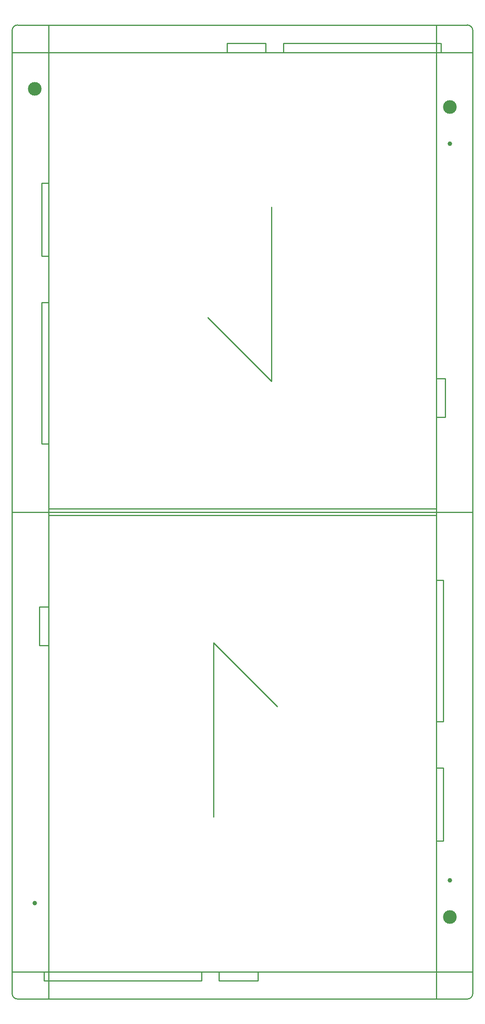
<source format=gbr>
*
%FSLAX45Y45*%
%MOMM*%
%ADD10C,0.254000*%
%ADD11C,3.000000*%
%ADD12C,1.000000*%
%IPPOS*%
%LNdrill_lev.gbr*%
%LPD*%
%SRX1Y1I0J0*%
G01*
G75*
G54D10*
X000799999Y000000000D02*
Y010750005D01*
Y010600005D02*
X009300008D01*
Y000000000D01*
X010100008Y000599999D02*
X000000000D01*
X009300008Y010600005D02*
Y000599999D01*
X000799999D01*
Y010600005D01*
X009300008D01*
X000599999Y007750060D02*
Y008600074D01*
X009450008Y005067899D02*
Y003467900D01*
X005386999Y000399999D02*
X004536999D01*
X000799999D02*
Y000599999D01*
X004149999Y000399999D02*
Y000599999D01*
X004536999Y000399999D02*
Y000599999D01*
X005386999Y000399999D02*
Y000599999D01*
X000599999Y008600074D02*
X000799999D01*
X000599999Y007750060D02*
X000799999D01*
X009450008Y003467900D02*
X009300008D01*
X009450008Y005067899D02*
X009300008D01*
X009450008Y006083899D02*
X009300008D01*
X009450008Y009183899D02*
X009300008D01*
X004149999Y000399999D02*
X000699999D01*
X009450008Y009183899D02*
Y006083899D01*
X004417168Y007807075D02*
Y003993862D01*
Y007807075D02*
X005814557Y006409686D01*
X009300008Y021350011D02*
Y010600005D01*
Y010750005D02*
X000799999D01*
Y021350011D01*
X000000000Y020750011D02*
X010100008D01*
X000799999Y010750005D02*
Y020750011D01*
X009300008D01*
Y010750005D01*
X000799999D01*
X009500008Y013599950D02*
Y012749936D01*
X000650000Y016282111D02*
Y017882110D01*
X004713008Y020950011D02*
X005563008D01*
X009300008D02*
Y020750011D01*
X005950008Y020950011D02*
Y020750011D01*
X005563008Y020950011D02*
Y020750011D01*
X004713008Y020950011D02*
Y020750011D01*
X009500008Y012749936D02*
X009300008D01*
X009500008Y013599950D02*
X009300008D01*
X000650000Y017882110D02*
X000799999D01*
X000650000Y016282111D02*
X000799999D01*
X000650000Y015266111D02*
X000799999D01*
X000650000Y012166111D02*
X000799999D01*
X005950008Y020950011D02*
X009387623D01*
X000650000Y012166111D02*
Y015266111D01*
X005682839Y013542935D02*
Y017356149D01*
Y013542935D02*
X004285451Y014940324D01*
X009980008Y000000000D02*
X000120000D01*
Y021350011D02*
X009980008D01*
X000000000Y000120000D02*
Y021230011D01*
X010100008D02*
Y000120000D01*
G54D11*
X000500000Y019950011D03*
X009600008Y019550011D03*
G54D12*
Y018750010D03*
G54D11*
Y001799999D03*
G54D12*
Y002600000D03*
X000500000Y002100000D03*
G54D10*
X000000000Y010675005D02*
X010100008D01*
Y000120000D02*
G02X009980008Y000000000I-000120000J000000000D01*
Y021350011D02*
G02X010100008Y021230011I000000000J-000120000D01*
X000000000D02*
G02X000120000Y021350011I000120000J000000000D01*
Y000000000D02*
G02X000000000Y000120000I000000000J000120000D01*
X009400008Y020950011D02*
G01Y020750011D01*
X000699999Y000399999D02*
Y000599999D01*
M02*

</source>
